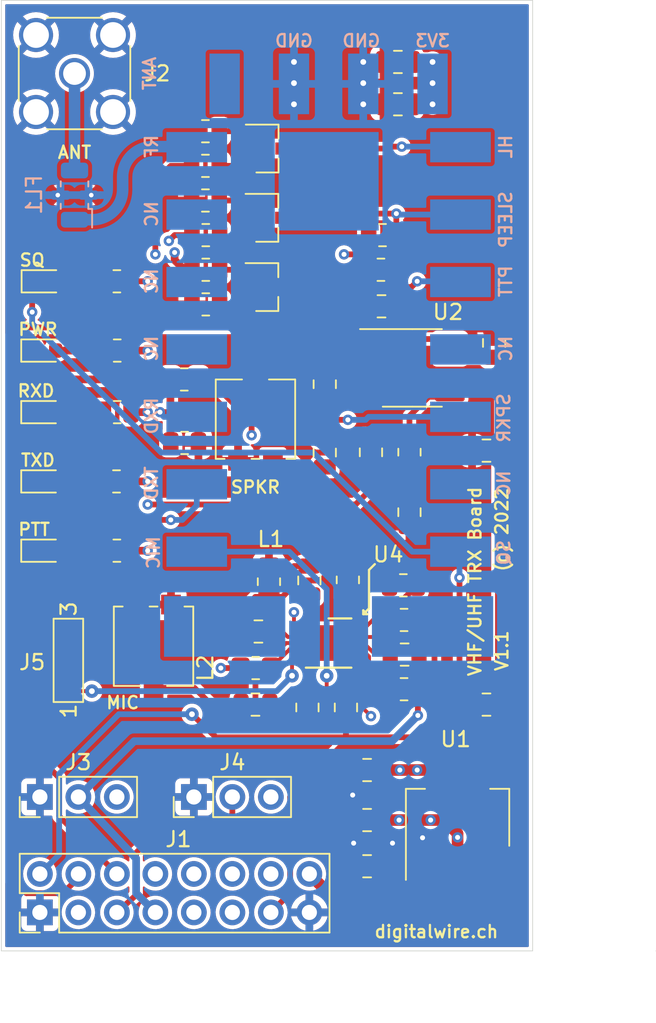
<source format=kicad_pcb>
(kicad_pcb (version 20211014) (generator pcbnew)
  (title_block (title "VHF-UHF TRX-Board") (date "2021-12-26") (rev "V 1.0a") (company "digitalwire.ch"))
  (layers (0 "F.Cu" signal "Front") (1 "In1.Cu" mixed) (2 "In2.Cu" power) (31 "B.Cu" signal "Back") (34 "B.Paste" user) (35 "F.Paste" user) (36 "B.SilkS" user "B.Silkscreen") (37 "F.SilkS" user "F.Silkscreen") (38 "B.Mask" user) (39 "F.Mask" user) (44 "Edge.Cuts" user))
  (net 0 "")
  (net 1 "/AF_TRX")
  (net 2 "Net-(C1-Pad2)")
  (net 3 "VCC")
  (net 4 "GND")
  (net 5 "Net-(C4-Pad1)")
  (net 6 "Net-(C5-Pad1)")
  (net 7 "Net-(C6-Pad1)")
  (net 8 "Net-(C6-Pad2)")
  (net 9 "+3V3")
  (net 10 "Net-(C8-Pad1)")
  (net 11 "Net-(C10-Pad1)")
  (net 12 "/SPKR")
  (net 13 "Net-(C15-Pad1)")
  (net 14 "/MIC-AMP_IN")
  (net 15 "Net-(C16-Pad2)")
  (net 16 "Net-(C17-Pad1)")
  (net 17 "Net-(C18-Pad1)")
  (net 18 "Net-(C19-Pad1)")
  (net 19 "Net-(C19-Pad2)")
  (net 20 "Net-(FL1-Pad1)")
  (net 21 "Net-(FL1-Pad3)")
  (net 22 "/MIC-DIGI_IN")
  (net 23 "/-PTT")
  (net 24 "/MIC_AR")
  (net 25 "/MIC_GAIN")
  (net 26 "/*PTT")
  (net 27 "/*TXD")
  (net 28 "/*RFPWR")
  (net 29 "/*RXD")
  (net 30 "/*SLEEP")
  (net 31 "Net-(Q1-Pad3)")
  (net 32 "Net-(Q1-Pad1)")
  (net 33 "Net-(Q2-Pad1)")
  (net 34 "/-SLEEP")
  (net 35 "Net-(Q3-Pad1)")
  (net 36 "Net-(R12-Pad1)")
  (net 37 "Net-(R13-Pad1)")
  (net 38 "Net-(R15-Pad1)")
  (net 39 "Net-(U4-Pad6)")
  (net 40 "/TRX_MIC")
  (net 41 "/SQ")
  (net 46 "Net-(D1-Pad2)")
  (net 47 "Net-(D2-Pad2)")
  (net 48 "Net-(D3-Pad2)")
  (net 49 "Net-(D4-Pad2)")
  (net 50 "Net-(D5-Pad2)")
  (net 51 "/RXD")
  (net 52 "Net-(C11-Pad2)")
  (net 53 "Net-(C11-Pad1)")
  (footprint "Capacitor_SMD:C_0805_2012Metric" (layer "F.Cu") (at 126.746 94.107 -90)
    (fp_text reference "C1" hide)
    (fp_text value "1uF")
  )
  (footprint "Capacitor_SMD:C_0805_2012Metric" (layer "F.Cu") (at 129.54 121.412 180)
    (fp_text reference "C2" hide)
    (fp_text value "10uF")
  )
  (footprint "Capacitor_SMD:C_0805_2012Metric" (layer "F.Cu") (at 137.414 110.744 180)
    (fp_text reference "C3" hide)
    (fp_text value "100nF")
  )
  (footprint "Capacitor_SMD:C_0805_2012Metric" (layer "F.Cu") (at 126.746 89.596 -90)
    (fp_text reference "C4" hide)
    (fp_text value "1nF")
  )
  (footprint "Capacitor_SMD:C_0805_2012Metric" (layer "F.Cu") (at 137.922 86.868 90)
    (fp_text reference "C5" hide)
    (fp_text value "10uF")
  )
  (footprint "Capacitor_SMD:C_0805_2012Metric" (layer "F.Cu") (at 130.49 84.455)
    (fp_text reference "C6" hide)
    (fp_text value "1uF")
  )
  (footprint "Capacitor_SMD:C_0805_2012Metric" (layer "F.Cu") (at 129.54 115.062 180)
    (fp_text reference "C7" hide)
    (fp_text value "10uF")
  )
  (footprint "Capacitor_SMD:C_0805_2012Metric" (layer "F.Cu") (at 132.334 98.044 -90)
    (fp_text reference "C8" hide)
    (fp_text value "47nF")
  )
  (footprint "Capacitor_SMD:C_0805_2012Metric" (layer "F.Cu") (at 129.54 118.364 180)
    (fp_text reference "C9" hide)
    (fp_text value "100nF")
  )
  (footprint "Capacitor_SMD:C_0805_2012Metric" (layer "F.Cu") (at 129.794 94.0918 -90)
    (fp_text reference "C10" hide)
    (fp_text value "1uF")
  )
  (footprint "Capacitor_SMD:C_0805_2012Metric" (layer "F.Cu") (at 125.603 110.932 -90)
    (fp_text reference "C11" hide)
    (fp_text value "1uF")
  )
  (footprint "Capacitor_SMD:C_0805_2012Metric" (layer "F.Cu") (at 131.572 71.12 180)
    (fp_text reference "C12" hide)
    (fp_text value "10uF")
  )
  (footprint "Capacitor_SMD:C_0805_2012Metric" (layer "F.Cu") (at 131.572 68.326 180)
    (fp_text reference "C13" hide)
    (fp_text value "100nF")
  )
  (footprint "Capacitor_SMD:C_0805_2012Metric" (layer "F.Cu") (at 137.414 93.98 180)
    (fp_text reference "C14" hide)
    (fp_text value "10uF")
  )
  (footprint "Capacitor_SMD:C_0805_2012Metric" (layer "F.Cu") (at 128.143 110.932 -90)
    (fp_text reference "C15" hide)
    (fp_text value "100nF")
  )
  (footprint "Capacitor_SMD:C_0805_2012Metric" (layer "F.Cu") (at 125.73 102.55 -90)
    (fp_text reference "C16" hide)
    (fp_text value "100nF")
  )
  (footprint "Capacitor_SMD:C_0805_2012Metric" (layer "F.Cu") (at 132.014 107.442 180)
    (fp_text reference "C17" hide)
    (fp_text value "470nF")
  )
  (footprint "Capacitor_SMD:C_0805_2012Metric" (layer "F.Cu") (at 122.367 105.918 180)
    (fp_text reference "C18" hide)
    (fp_text value "2.2uF")
  )
  (footprint "Capacitor_SMD:C_0805_2012Metric" (layer "F.Cu") (at 122.174 110.744 180)
    (fp_text reference "C19" hide)
    (fp_text value "1uF")
  )
  (footprint "Connector_Coaxial:SMA_Amphenol_132134-16_Vertical" (layer "F.Cu") (at 110.236 69.088)
    (fp_text reference "J2")
    (fp_text value "SMA")
  )
  (footprint "Connector_PinHeader_2.54mm:PinHeader_1x03_P2.54mm_Vertical" (layer "F.Cu") (at 107.95 116.84 90)
    (fp_text reference "J3")
    (fp_text value "Conn_01x03")
  )
  (footprint "Package_TO_SOT_SMD:SOT-23" (layer "F.Cu") (at 122.936 74.041)
    (fp_text reference "Q1" hide)
    (fp_text value "BSN20")
  )
  (footprint "Package_TO_SOT_SMD:SOT-23" (layer "F.Cu") (at 122.92 78.613)
    (fp_text reference "Q2" hide)
    (fp_text value "BSN20")
  )
  (footprint "Package_TO_SOT_SMD:SOT-23" (layer "F.Cu") (at 122.92 83.185)
    (fp_text reference "Q3" hide)
    (fp_text value "BSN20")
  )
  (footprint "Resistor_SMD:R_0805_2012Metric" (layer "F.Cu") (at 130.4525 82.042)
    (fp_text reference "R1" hide)
    (fp_text value "10k")
  )
  (footprint "Resistor_SMD:R_0805_2012Metric" (layer "F.Cu") (at 118.8955 82.042 180)
    (fp_text reference "R2" hide)
    (fp_text value "100R")
  )
  (footprint "Resistor_SMD:R_0805_2012Metric" (layer "F.Cu") (at 118.872 75.184 180)
    (fp_text reference "R3" hide)
    (fp_text value "100R")
  )
  (footprint "Resistor_SMD:R_0805_2012Metric" (layer "F.Cu") (at 130.556 79.756 180)
    (fp_text reference "R4" hide)
    (fp_text value "10k")
  )
  (footprint "Resistor_SMD:R_0805_2012Metric" (layer "F.Cu") (at 118.8955 79.756 180)
    (fp_text reference "R5" hide)
    (fp_text value "100R")
  )
  (footprint "Resistor_SMD:R_0805_2012Metric" (layer "F.Cu") (at 118.872 72.898 180)
    (fp_text reference "R6" hide)
    (fp_text value "4k7")
  )
  (footprint "Resistor_SMD:R_0805_2012Metric" (layer "F.Cu") (at 118.872 77.47 180)
    (fp_text reference "R7" hide)
    (fp_text value "4k7")
  )
  (footprint "Resistor_SMD:R_0805_2012Metric" (layer "F.Cu") (at 118.8955 84.328 180)
    (fp_text reference "R8" hide)
    (fp_text value "4k7")
  )
  (footprint "Resistor_SMD:R_0805_2012Metric" (layer "F.Cu") (at 117.475 89.281)
    (fp_text reference "R9" hide)
    (fp_text value "2k2")
  )
  (footprint "Resistor_SMD:R_0805_2012Metric" (layer "F.Cu") (at 132.334 94.0816 -90)
    (fp_text reference "R10" hide)
    (fp_text value "10R")
  )
  (footprint "Resistor_SMD:R_0805_2012Metric" (layer "F.Cu") (at 117.4985 93.472 180)
    (fp_text reference "R11" hide)
    (fp_text value "3k3")
  )
  (footprint "Resistor_SMD:R_0805_2012Metric" (layer "F.Cu") (at 128.27 102.5125 90)
    (fp_text reference "R12" hide)
    (fp_text value "100k")
  )
  (footprint "Resistor_SMD:R_0805_2012Metric" (layer "F.Cu") (at 131.9765 105.156)
    (fp_text reference "R14" hide)
    (fp_text value "#2.2k")
  )
  (footprint "Resistor_SMD:R_0805_2012Metric" (layer "F.Cu") (at 131.9765 109.728)
    (fp_text reference "R15" hide)
    (fp_text value "1k")
  )
  (footprint "Package_TO_SOT_SMD:SOT-223-3_TabPin2" (layer "F.Cu") (at 135.509 118.212 90)
    (fp_text reference "U1")
    (fp_text value "AP1117-33")
  )
  (footprint "Package_SO:SOIC-8_3.9x4.9mm_P1.27mm" (layer "F.Cu") (at 132.523 88.519)
    (fp_text reference "U2")
    (fp_text value "LM386")
  )
  (footprint "Package_DFN_QFN:DFN-14-1EP_3x3mm_P0.4mm_EP1.78x2.35mm" (layer "F.Cu") (at 127 106.68)
    (fp_text reference "U4")
    (fp_text value "MAX9814")
  )
  (footprint "Potentiometer_SMD:Potentiometer_Vishay_TS53YL_Vertical" (layer "F.Cu") (at 122.174 91.904 -90)
    (fp_text reference "RV1" hide)
    (fp_text value "10k")
  )
  (footprint "Potentiometer_SMD:Potentiometer_Vishay_TS53YL_Vertical" (layer "F.Cu") (at 115.45 106.89 90)
    (fp_text reference "RV2" hide)
    (fp_text value "10k")
  )
  (footprint "Resistor_SMD:R_0805_2012Metric_Pad1.20x1.40mm_HandSolder" (layer "F.Cu") (at 123.063 102.632 -90)
    (fp_text reference "L1")
    (fp_text value "Ferrit")
  )
  (footprint "Resistor_SMD:R_0805_2012Metric_Pad1.20x1.40mm_HandSolder" (layer "F.Cu") (at 122.19 108.331)
    (fp_text reference "L2")
    (fp_text value "Ferrit")
  )
  (footprint "LED_SMD:LED_0603_1608Metric" (layer "F.Cu") (at 108.204 91.44)
    (fp_text reference "D1" hide)
    (fp_text value "RED")
  )
  (footprint "LED_SMD:LED_0603_1608Metric" (layer "F.Cu") (at 108.204 100.584)
    (fp_text reference "D3" hide)
    (fp_text value "RED")
  )
  (footprint "LED_SMD:LED_0603_1608Metric" (layer "F.Cu") (at 108.2295 82.804)
    (fp_text reference "D4" hide)
    (fp_text value "YELLOW")
  )
  (footprint "LED_SMD:LED_0603_1608Metric" (layer "F.Cu") (at 108.204 87.376)
    (fp_text reference "D5" hide)
    (fp_text value "BLUE")
  )
  (footprint "Resistor_SMD:R_0805_2012Metric" (layer "F.Cu") (at 113.0535 91.44)
    (fp_text reference "R16" hide)
    (fp_text value "1k")
  )
  (footprint "Resistor_SMD:R_0805_2012Metric" (layer "F.Cu") (at 113.0065 96.012)
    (fp_text reference "R17" hide)
    (fp_text value "1k")
  )
  (footprint "Resistor_SMD:R_0805_2012Metric" (layer "F.Cu") (at 113.03 82.804)
    (fp_text reference "R19" hide)
    (fp_text value "1k")
  )
  (footprint "Resistor_SMD:R_0805_2012Metric" (layer "F.Cu") (at 113.0535 87.376)
    (fp_text reference "R20" hide)
    (fp_text value "1k")
  )
  (footprint "Connector_PinHeader_2.54mm:PinHeader_2x08_P2.54mm_Vertical" (layer "F.Cu") (at 107.95 124.46 90)
    (fp_text reference "J1")
    (fp_text value "Conn_02x08_Odd_Even")
  )
  (footprint "Connector_PinHeader_2.54mm:PinHeader_1x03_P2.54mm_Vertical" (layer "F.Cu") (at 118.11 116.84 90)
    (fp_text reference "J4")
    (fp_text value "Conn_01x03")
  )
  (footprint "LED_SMD:LED_0603_1608Metric" (layer "F.Cu") (at 108.204 96.012)
    (fp_text reference "D2" hide)
    (fp_text value "RED")
  )
  (footprint "Resistor_SMD:R_0805_2012Metric" (layer "F.Cu") (at 131.9295 102.87 180)
    (fp_text reference "R13" hide)
    (fp_text value "150k")
  )
  (footprint "Resistor_SMD:R_0805_2012Metric" (layer "F.Cu") (at 113.03 100.584)
    (fp_text reference "R18" hide)
    (fp_text value "1k")
  )
  (footprint "Jumper:SolderJumper-3_P2.0mm_Open_TrianglePad1.0x1.5mm_NumberLabels" (layer "F.Cu") (at 109.855 107.823 90)
    (fp_text reference "J5")
    (fp_text value "Conn_01x03")
  )
  (footprint "Filter:Filter_Mini-Circuits_FV1206" (layer "B.Cu") (at 110.236 77.115 90)
    (fp_text reference "FL1")
    (fp_text value "LFCN-160")
  )
  (footprint "_DW_RFModules:DRA818" (layer "B.Cu") (at 127 87.3 90)
    (fp_text reference "U3" hide)
    (fp_text value "DRA818U" hide)
  )
  (gr_line (start 129.286 104.775) (end 129.286 104.521) (layer "F.SilkS") (width 0.1524))
  (gr_line (start 129.667 101.854) (end 129.667 104.394) (layer "F.SilkS") (width 0.1524))
  (gr_line (start 129.54 104.775) (end 129.286 104.775) (layer "F.SilkS") (width 0.1524))
  (gr_line (start 130.048 101.473) (end 129.667 101.854) (layer "F.SilkS") (width 0.1524))
  (gr_line (start 129.667 104.394) (end 129.286 104.775) (layer "F.SilkS") (width 0.1524))
  (gr_line (start 129.286 104.521) (end 129.54 104.775) (layer "F.SilkS") (width 0.1524))
  (gr_line (start 105.41 127) (end 105.41 64.262) (layer "Edge.Cuts") (width 0.05))
  (gr_line (start 148.59 127) (end 148.59 127) (layer "Edge.Cuts") (width 0.05))
  (gr_line (start 105.41 64.262) (end 140.462 64.262) (layer "Edge.Cuts") (width 0.05))
  (gr_line (start 140.462 64.262) (end 140.462 127) (layer "Edge.Cuts") (width 0.05))
  (gr_line (start 140.462 127) (end 105.41 127) (layer "Edge.Cuts") (width 0.05))
  (gr_text "GND" (at 129.159 66.929) (layer "B.SilkS") (effects (font (size 0.8128 0.8128) (thickness 0.1524)) (justify mirror)))
  (gr_text "NC" (at 115.316 87.249 90) (layer "B.SilkS") (effects (font (size 0.8128 0.8128) (thickness 0.1524)) (justify mirror)))
  (gr_text "ANT" (at 115.189 69.088 90) (layer "B.SilkS") (effects (font (size 0.8128 0.8128) (thickness 0.1524)) (justify mirror)))
  (gr_text "MIC" (at 115.443 100.711 90) (layer "B.SilkS") (effects (font (size 0.8128 0.8128) (thickness 0.1524)) (justify mirror)))
  (gr_text "GND" (at 124.714 66.929) (layer "B.SilkS") (effects (font (size 0.8128 0.8128) (thickness 0.1524)) (justify mirror)))
  (gr_text "PTT" (at 138.684 82.804 90) (layer "B.SilkS") (effects (font (size 0.8128 0.8128) (thickness 0.1524)) (justify mirror)))
  (gr_text "3V3" (at 133.858 66.929) (layer "B.SilkS") (effects (font (size 0.8128 0.8128) (thickness 0.1524)) (justify mirror)))
  (gr_text "HL" (at 138.684 73.914 90) (layer "B.SilkS") (effects (font (size 0.8128 0.8128) (thickness 0.1524)) (justify mirror)))
  (gr_text "SQ" (at 138.557 100.711 90) (layer "B.SilkS") (effects (font (size 0.8128 0.8128) (thickness 0.1524)) (justify mirror)))
  (gr_text "TXD" (at 115.316 96.139 90) (layer "B.SilkS") (effects (font (size 0.8128 0.8128) (thickness 0.1524)) (justify mirror)))
  (gr_text "NC" (at 138.557 96.139 90) (layer "B.SilkS") (effects (font (size 0.8128 0.8128) (thickness 0.1524)) (justify mirror)))
  (gr_text "RXD" (at 115.316 91.694 90) (layer "B.SilkS") (effects (font (size 0.8128 0.8128) (thickness 0.1524)) (justify mirror)))
  (gr_text "SLEEP" (at 138.684 78.74 90) (layer "B.SilkS") (effects (font (size 0.8128 0.8128) (thickness 0.1524)) (justify mirror)))
  (gr_text "RF" (at 115.316 73.914 90) (layer "B.SilkS") (effects (font (size 0.8128 0.8128) (thickness 0.1524)) (justify mirror)))
  (gr_text "NC" (at 138.684 87.249 90) (layer "B.SilkS") (effects (font (size 0.8128 0.8128) (thickness 0.1524)) (justify mirror)))
  (gr_text "NC" (at 115.316 78.359 90) (layer "B.SilkS") (effects (font (size 0.8128 0.8128) (thickness 0.1524)) (justify mirror)))
  (gr_text "SPKR" (at 138.557 91.821 90) (layer "B.SilkS") (effects (font (size 0.8128 0.8128) (thickness 0.1524)) (justify mirror)))
  (gr_text "NC" (at 115.316 82.804 90) (layer "B.SilkS") (effects (font (size 0.8128 0.8128) (thickness 0.1524)) (justify mirror)))
  (gr_text "RXD" (at 107.696 90.043) (layer "F.SilkS") (effects (font (size 0.8128 0.8128) (thickness 0.1524))))
  (gr_text "digitalwire.ch" (at 134.112 125.73) (layer "F.SilkS") (effects (font (size 0.8128 0.8128) (thickness 0.1524))))
  (gr_text "VHF/UHF TRX Board" (at 136.652 102.616 90) (layer "F.SilkS") (effects (font (size 0.8128 0.8128) (thickness 0.1524))))
  (gr_text "PTT" (at 107.569 99.187) (layer "F.SilkS") (effects (font (size 0.8128 0.8128) (thickness 0.1524))))
  (gr_text "TXD" (at 107.823 94.615) (layer "F.SilkS") (effects (font (size 0.8128 0.8128) (thickness 0.1524))))
  (gr_text "SPKR" (at 122.174 96.393) (layer "F.SilkS") (effects (font (size 0.8128 0.8128) (thickness 0.1524))))
  (gr_text "MIC" (at 113.411 110.617) (layer "F.SilkS") (effects (font (size 0.8128 0.8128) (thickness 0.1524))))
  (gr_text "PWR" (at 107.823 85.979) (layer "F.SilkS") (effects (font (size 0.8128 0.8128) (thickness 0.1524))))
  (gr_text "ANT" (at 110.236 74.295) (layer "F.SilkS") (effects (font (size 0.8128 0.8128) (thickness 0.1524))))
  (gr_text "SQ" (at 107.442 81.407) (layer "F.SilkS") (effects (font (size 0.8128 0.8128) (thickness 0.1524))))
  (gr_text "V1.1\n" (at 138.43 107.188 90) (layer "F.SilkS") (effects (font (size 0.8128 0.8128) (thickness 0.1524))))
  (gr_text "(c) 2022" (at 138.43 99.187 90) (layer "F.SilkS") (effects (font (size 0.8128 0.8128) (thickness 0.1524))))
  (segment (start 126.746 92.456) (end 127.254 91.948) (width 0.381) (layer "F.Cu") (net 1))
  (segment (start 126.746 93.157) (end 126.746 92.456) (width 0.381) (layer "F.Cu") (net 1))
  (segment (start 127.254 91.948) (end 128.27 91.948) (width 0.381) (layer "F.Cu") (net 1))
  (via (at 128.27 91.948) (size 0.6858) (drill 0.3302) (layers "F.Cu" "B.Cu") (net 1))
  (segment (start 129.441 91.948) (end 129.639 91.75) (width 0.381) (layer "B.Cu") (net 1))
  (segment (start 128.27 91.948) (end 129.441 91.948) (width 0.381) (layer "B.Cu") (net 1))
  (segment (start 129.639 91.75) (end 135.7 91.75) (width 0.381) (layer "B.Cu") (net 1))
  (segment (start 125.029 95.057) (end 126.746 95.057) (width 0.381) (layer "F.Cu") (net 2))
  (segment (start 124.626 94.654) (end 125.029 95.057) (width 0.381) (layer "F.Cu") (net 2))
  (segment (start 123.324 94.654) (end 124.626 94.654) (width 0.381) (layer "F.Cu") (net 2))
  (segment (start 138.364 90.231) (end 138.364 93.98) (width 0.381) (layer "F.Cu") (net 3))
  (segment (start 138.364 118.938) (end 137.809 119.493) (width 0.762) (layer "F.Cu") (net 3))
  (segment (start 137.16 123.444) (end 130.429 123.444) (width 0.762) (layer "F.Cu") (net 3))
  (segment (start 134.998 89.154) (end 137.287 89.154) (width 0.381) (layer "F.Cu") (net 3))
  (segment (start 130.429 123.444) (end 127.254 123.444) (width 0.762) (layer "F.Cu") (net 3))
  (segment (start 137.809 119.493) (end 137.809 121.362) (width 0.762) (layer "F.Cu") (net 3))
  (segment (start 130.49 123.383) (end 130.429 123.444) (width 0.762) (layer "F.Cu") (net 3))
  (segment (start 138.364 110.744) (end 138.364 118.938) (width 0.762) (layer "F.Cu") (net 3))
  (segment (start 137.809 121.362) (end 137.809 122.795) (width 0.762) (layer "F.Cu") (net 3))
  (segment (start 137.809 122.795) (end 137.16 123.444) (width 0.762) (layer "F.Cu") (net 3))
  (segment (start 137.287 89.154) (end 138.364 90.231) (width 0.381) (layer "F.Cu") (net 3))
  (segment (start 130.49 121.412) (end 130.49 123.383) (width 0.762) (layer "F.Cu") (net 3))
  (segment (start 127.254 123.444) (end 125.73 121.92) (width 0.762) (layer "F.Cu") (net 3))
  (segment (start 138.364 110.744) (end 138.364 94.168) (width 0.762) (layer "F.Cu") (net 3))
  (segment (start 117.9595 72.898) (end 117.9595 73.6365) (width 0.381) (layer "F.Cu") (net 4))
  (segment (start 118.364 74.041) (end 120.986 74.041) (width 0.381) (layer "F.Cu") (net 4))
  (segment (start 120.986 74.041) (end 121.936 74.991) (width 0.381) (layer "F.Cu") (net 4))
  (segment (start 117.9595 73.6365) (end 118.364 74.041) (width 0.381) (layer "F.Cu") (net 4))
  (via (at 124.714 69.723) (size 0.889) (drill 0.381) (layers "F.Cu" "B.Cu") (net 4))
  (via (at 131.2164 119.888) (size 0.6858) (drill 0.3302) (layers "F.Cu" "B.Cu") (net 4))
  (via (at 124.714 68.326) (size 0.889) (drill 0.381) (layers "F.Cu" "B.Cu") (net 4))
  (via (at 128.5875 116.713) (size 0.6858) (drill 0.3302) (layers "F.Cu" "B.Cu") (net 4))
  (via (at 128.651 119.888) (size 0.6858) (drill 0.3302) (layers "F.Cu" "B.Cu") (net 4))
  (via (at 133.1976 119.5324) (size 0.6858) (drill 0.3302) (layers "F.Cu" "B.Cu") (net 4))
  (via (at 124.714 71.12) (size 0.889) (drill 0.381) (layers "F.Cu" "B.Cu") (net 4))
  (via (at 129.286 71.12) (size 0.889) (drill 0.381) (layers "F.Cu" "B.Cu") (net 4))
  (via (at 129.286 68.326) (size 0.889) (drill 0.381) (layers "F.Cu" "B.Cu") (net 4))
  (via (at 129.286 69.723) (size 0.889) (drill 0.381) (layers "F.Cu" "B.Cu") (net 4))
  (segment (start 124.587 89.154) (end 125.095 88.646) (width 0.381) (layer "F.Cu") (net 5))
  (segment (start 128.524 89.154) (end 128.016 88.646) (width 0.381) (layer "F.Cu") (net 5))
  (segment (start 122.174 89.154) (end 124.587 89.154) (width 0.381) (layer "F.Cu") (net 5))
  (segment (start 130.048 89.154) (end 128.524 89.154) (width 0.381) (layer "F.Cu") (net 5))
  (segment (start 128.016 88.646) (end 126.746 88.646) (width 0.381) (layer "F.Cu") (net 5))
  (segment (start 125.095 88.646) (end 126.746 88.646) (width 0.381) (layer "F.Cu") (net 5))
  (segment (start 134.998 87.884) (end 137.856 87.884) (width 0.381) (layer "F.Cu") (net 6))
  (segment (start 137.856 87.884) (end 137.922 87.818) (width 0.381) (layer "F.Cu") (net 6))
  (segment (start 130.048 86.106) (end 129.54 85.598) (width 0.381) (layer "F.Cu") (net 7))
  (segment (start 129.54 85.598) (end 129.54 84.455) (width 0.381) (layer "F.Cu") (net 7))
  (segment (start 130.048 86.614) (end 130.048 86.106) (width 0.381) (layer "F.Cu") (net 7))
  (segment (start 131.44 85.466) (end 131.44 84.455) (width 0.381) (layer "F.Cu") (net 8))
  (segment (start 134.998 86.614) (end 132.588 86.614) (width 0.381) (layer "F.Cu") (net 8))
  (segment (start 132.588 86.614) (end 131.44 85.466) (width 0.381) (layer "F.Cu") (net 8))
  (segment (start 132.842 115.062) (end 135.509 115.062) (width 0.762) (layer "F.Cu") (net 9))
  (segment (start 131.826 115.062) (end 132.842 115.062) (width 0.762) (layer "F.Cu") (net 9))
  (segment (start 131.826 118.364) (end 132.842 118.364) (width 0.762) (layer "F.Cu") (net 9))
  (segment (start 132.842 118.364) (end 134.62 118.364) (width 0.762) (layer "F.Cu") (net 9))
  (segment (start 135.509 119.761) (end 135.509 121.362) (width 0.762) (layer "F.Cu") (net 9))
  (segment (start 129.54 82.042) (end 129.54 81.026) (width 0.381) (layer "F.Cu") (net 9))
  (segment (start 113.9425 100.584) (end 115.062 100.584) (width 0.508) (layer "F.Cu") (net 9))
  (segment (start 113.966 91.44) (end 115.062 91.44) (width 0.508) (layer "F.Cu") (net 9))
  (segment (start 121.19 108.331) (end 119.888 108.331) (width 0.381) (layer "F.Cu") (net 9))
  (segment (start 113.919 96.012) (end 115.062 96.012) (width 0.508) (layer "F.Cu") (net 9))
  (segment (start 130.49 118.364) (end 130.49 115.062) (width 0.762) (layer "F.Cu") (net 9))
  (segment (start 133.858 68.326) (end 133.858 69.723) (width 0.762) (layer "F.Cu") (net 9))
  (segment (start 113.9425 82.804) (end 115.1655 82.804) (width 0.381) (layer "F.Cu") (net 9))
  (segment (start 132.522 68.326) (end 133.858 68.326) (width 0.762) (layer "F.Cu") (net 9))
  (segment (start 133.858 69.723) (end 133.858 71.12) (width 0.762) (layer "F.Cu") (net 9))
  (segment (start 132.522 71.12) (end 133.858 71.12) (width 0.762) (layer "F.Cu") (net 9))
  (segment (start 134.62 118.364) (end 135.509 119.253) (width 0.762) (layer "F.Cu") (net 9))
  (segment (start 113.966 87.376) (end 115.062 87.376) (width 0.508) (layer "F.Cu") (net 9))
  (segment (start 129.54 81.026) (end 129.54 79.8595) (width 0.381) (layer "F.Cu") (net 9))
  (segment (start 128.016 81.026) (end 129.54 81.026) (width 0.381) (layer "F.Cu") (net 9))
  (segment (start 129.54 79.8595) (end 129.6435 79.756) (width 0.381) (layer "F.Cu") (net 9))
  (segment (start 130.49 118.364) (end 131.826 118.364) (width 0.762) (layer "F.Cu") (net 9))
  (segment (start 129.54 82.169) (end 129.54 81.026) (width 0.381) (layer "F.Cu") (net 9))
  (segment (start 130.49 115.062) (end 131.826 115.062) (width 0.762) (layer "F.Cu") (net 9))
  (segment (start 135.509 119.253) (end 135.509 119.761) (width 0.762) (layer "F.Cu") (net 9))
  (via (at 115.062 91.44) (size 0.6858) (drill 0.3302) (layers "F.Cu" "B.Cu") (net 9))
  (via (at 132.842 115.062) (size 0.6858) (drill 0.3302) (layers "F.Cu" "B.Cu") (net 9))
  (via (at 133.858 69.723) (size 0.889) (drill 0.381) (layers "F.Cu" "B.Cu") (net 9))
  (via (at 133.858 68.326) (size 0.889) (drill 0.381) (layers "F.Cu" "B.Cu") (net 9))
  (via (at 135.509 119.507) (size 0.6858) (drill 0.3302) (layers "F.Cu" "B.Cu") (net 9))
  (via (at 115.062 82.804) (size 0.6858) (drill 0.3302) (layers "F.Cu" "B.Cu") (net 9))
  (via (at 115.062 100.584) (size 0.6858) (drill 0.3302) (layers "F.Cu" "B.Cu") (net 9))
  (via (at 115.062 96.012) (size 0.6858) (drill 0.3302) (layers "F.Cu" "B.Cu") (net 9))
  (via (at 115.062 87.376) (size 0.6858) (drill 0.3302) (layers "F.Cu" "B.Cu") (net 9))
  (via (at 131.699 115.062) (size 0.6858) (drill 0.3302) (layers "F.Cu" "B.Cu") (net 9))
  (via (at 133.858 71.12) (size 0.889) (drill 0.381) (layers "F.Cu" "B.Cu") (net 9))
  (via (at 133.731 118.364) (size 0.6858) (drill 0.3302) (layers "F.Cu" "B.Cu") (net 9))
  (via (at 119.888 108.331) (size 0.6858) (drill 0.3302) (layers "F.Cu" "B.Cu") (net 9))
  (via (at 128.016 81.026) (size 0.6858) (drill 0.3302) (layers "F.Cu" "B.Cu") (net 9))
  (via (at 131.6482 118.364) (size 0.6858) (drill 0.3302) (layers "F.Cu" "B.Cu") (net 9))
  (segment (start 132.334 97.094) (end 132.334 94.9941) (width 0.381) (layer "F.Cu") (net 10))
  (segment (start 132.334 91.694) (end 132.334 93.1691) (width 0.381) (layer "F.Cu") (net 11))
  (segment (start 129.794 93.1418) (end 132.3067 93.1418) (width 0.381) (layer "F.Cu") (net 11))
  (segment (start 134.998 90.424) (end 133.604 90.424) (width 0.381) (layer "F.Cu") (net 11))
  (segment (start 133.604 90.424) (end 132.334 91.694) (width 0.381) (layer "F.Cu") (net 11))
  (segment (start 132.3067 93.1418) (end 132.334 93.1691) (width 0.381) (layer "F.Cu") (net 11))
  (segment (start 129.794 95.0418) (end 129.794 96.52) (width 0.381) (layer "F.Cu") (net 12))
  (segment (start 129.794 96.52) (end 128.778 97.536) (width 0.381) (layer "F.Cu") (net 12))
  (segment (start 128.778 97.536) (end 115.062 97.536) (width 0.381) (layer "F.Cu") (net 12))
  (via (at 115.062 97.536) (size 0.6858) (drill 0.3302) (layers "F.Cu" "B.Cu") (net 12))
  (segment (start 128.143 109.093) (end 128.475 108.761) (width 0.254) (layer "F.Cu") (net 13))
  (segment (start 128.143 109.982) (end 128.143 109.093) (width 0.254) (layer "F.Cu") (net 13))
  (segment (start 128.475 108.761) (end 128.475 107.88) (width 0.254) (layer "F.Cu") (net 13))
  (segment (start 119.571 112.903) (end 128.143 112.903) (width 0.381) (layer "F.Cu") (net 14))
  (segment (start 132.969 112.903) (end 128.143 112.903) (width 0.381) (layer "F.Cu") (net 14))
  (segment (start 133.985 111.887) (end 132.969 112.903) (width 0.381) (layer "F.Cu") (net 14))
  (segment (start 133.985 105.41) (end 133.985 111.887) (width 0.381) (layer "F.Cu") (net 14))
  (segment (start 133.731 105.156) (end 133.985 105.41) (width 0.381) (layer "F.Cu") (net 14))
  (segment (start 132.889 105.156) (end 133.731 105.156) (width 0.381) (layer "F.Cu") (net 14))
  (segment (start 128.143 111.882) (end 128.143 112.903) (width 0.381) (layer "F.Cu") (net 14))
  (segment (start 117.983 111.379) (end 119.571 112.903) (width 0.381) (layer "F.Cu") (net 14))
  (via (at 117.983 111.379) (size 0.889) (drill 0.381) (layers "F.Cu" "B.Cu") (net 14))
  (segment (start 109.22 120.65) (end 107.95 121.92) (width 0.381) (layer "B.Cu") (net 14))
  (segment (start 109.22 115.316) (end 109.22 120.65) (width 0.381) (layer "B.Cu") (net 14))
  (segment (start 113.157 111.379) (end 109.22 115.316) (width 0.381) (layer "B.Cu") (net 14))
  (segment (start 117.983 111.379) (end 113.157 111.379) (width 0.381) (layer "B.Cu") (net 14))
  (segment (start 125.73 104.648) (end 125.73 103.5) (width 0.254) (layer "F.Cu") (net 15))
  (segment (start 125.525 105.48) (end 125.525 104.853) (width 0.254) (layer "F.Cu") (net 15))
  (segment (start 125.525 104.853) (end 125.73 104.648) (width 0.254) (layer "F.Cu") (net 15))
  (segment (start 132.964 107.442) (end 132.964 106.675) (width 0.254) (layer "F.Cu") (net 16))
  (segment (start 132.571009 106.282009) (end 128.475 106.282009) (width 0.254) (layer "F.Cu") (net 16))
  (segment (start 132.964 106.675) (end 132.571009 106.282009) (width 0.254) (layer "F.Cu") (net 16))
  (segment (start 123.317 105.918) (end 123.952 105.918) (width 0.381) (layer "F.Cu") (net 17))
  (segment (start 123.952 105.918) (end 124.314 106.28) (width 0.254) (layer "F.Cu") (net 17))
  (segment (start 124.314 106.28) (end 125.525 106.28) (width 0.254) (layer "F.Cu") (net 17))
  (segment (start 126.873 110.617) (end 126.492 110.998) (width 0.254) (layer "F.Cu") (net 18))
  (segment (start 126.873 108.839) (end 126.873 110.617) (width 0.254) (layer "F.Cu") (net 18))
  (segment (start 124.079 110.744) (end 123.124 110.744) (width 0.254) (layer "F.Cu") (net 18))
  (segment (start 124.333 110.998) (end 124.079 110.744) (width 0.254) (layer "F.Cu") (net 18))
  (segment (start 126.492 110.998) (end 124.333 110.998) (width 0.254) (layer "F.Cu") (net 18))
  (via (at 126.873 108.839) (size 0.889) (drill 0.381) (layers "F.Cu" "B.Cu") (net 18))
  (segment (start 126.873 108.839) (end 126.873 103.124) (width 0.381) (layer "B.Cu") (net 18))
  (segment (start 126.873 103.124) (end 124.399 100.65) (width 0.381) (layer "B.Cu") (net 18))
  (segment (start 124.399 100.65) (end 118.3 100.65) (width 0.381) (layer "B.Cu") (net 18))
  (segment (start 119.253 110.744) (end 118.149 109.64) (width 0.381) (layer "F.Cu") (net 19))
  (segment (start 118.149 109.64) (end 115.45 109.64) (width 0.381) (layer "F.Cu") (net 19))
  (segment (start 121.224 110.744) (end 119.253 110.744) (width 0.381) (layer "F.Cu") (net 19))
  (segment (start 113.411 76.74) (end 113.411 75.914) (width 0.762) (layer "B.Cu") (net 20))
  (segment (start 118.264 73.914) (end 118.3 73.95) (width 0.508) (layer "B.Cu") (net 20))
  (segment (start 115.410996 73.914) (end 118.264 73.914) (width 0.762) (layer "B.Cu") (net 20))
  (segment (start 110.236 78.74) (end 111.411004 78.74) (width 0.762) (layer "B.Cu") (net 20))
  (arc (start 115.410996 73.914) (mid 113.996786 74.499786) (end 113.411 75.913996) (width 0.762) (layer "B.Cu") (net 20))
  (arc (start 113.411 76.74) (mid 112.825214 78.154214) (end 111.411 78.74) (width 0.762) (layer "B.Cu") (net 20))
  (segment (start 110.236 75.49) (end 110.236 69.088) (width 0.762) (layer "B.Cu") (net 21))
  (segment (start 109.22 118.11) (end 109.22 115.57) (width 0.381) (layer "F.Cu") (net 22))
  (segment (start 108.077 114.427) (end 108.077 106.426) (width 0.381) (layer "F.Cu") (net 22))
  (segment (start 108.077 106.426) (end 108.68 105.823) (width 0.381) (layer "F.Cu") (net 22))
  (segment (start 108.68 105.823) (end 109.855 105.823) (width 0.381) (layer "F.Cu") (net 22))
  (segment (start 113.03 121.92) (end 109.22 118.11) (width 0.381) (layer "F.Cu") (net 22))
  (segment (start 109.22 115.57) (end 108.077 114.427) (width 0.381) (layer "F.Cu") (net 22))
  (segment (start 107.061 123.19) (end 106.172 122.301) (width 0.381) (layer "F.Cu") (net 23))
  (segment (start 109.474 123.19) (end 107.061 123.19) (width 0.381) (layer "F.Cu") (net 23))
  (segment (start 122.809 85.852) (end 106.807 85.852) (width 0.381) (layer "F.Cu") (net 23))
  (segment (start 132.842 82.804) (end 132.461 83.185) (width 0.381) (layer "F.Cu") (net 23))
  (segment (start 106.299 100.584) (end 106.172 100.457) (width 0.381) (layer "F.Cu") (net 23))
  (segment (start 123.92 83.185) (end 123.92 84.709) (width 0.381) (layer "F.Cu") (net 23))
  (segment (start 106.807 85.852) (end 106.172 86.487) (width 0.381) (layer "F.Cu") (net 23))
  (segment (start 110.49 122.174) (end 109.474 123.19) (width 0.381) (layer "F.Cu") (net 23))
  (segment (start 131.365 82.042) (end 131.365 83.105) (width 0.381) (layer "F.Cu") (net 23))
  (segment (start 131.365 83.105) (end 131.445 83.185) (width 0.381) (layer "F.Cu") (net 23))
  (segment (start 123.92 84.709) (end 122.809 85.852) (width 0.381) (layer "F.Cu") (net 23))
  (segment (start 106.172 122.301) (end 106.172 100.457) (width 0.381) (layer "F.Cu") (net 23))
  (segment (start 107.4165 100.584) (end 106.299 100.584) (width 0.381) (layer "F.Cu") (net 23))
  (segment (start 131.445 83.185) (end 130.937 83.185) (width 0.381) (layer "F.Cu") (net 23))
  (segment (start 132.461 83.185) (end 131.445 83.185) (width 0.381) (layer "F.Cu") (net 23))
  (segment (start 123.92 83.185) (end 130.937 83.185) (width 0.381) (layer "F.Cu") (net 23))
  (segment (start 106.172 86.487) (end 106.172 100.457) (width 0.381) (layer "F.Cu") (net 23))
  (via (at 132.842 82.804) (size 0.6858) (drill 0.3302) (layers "F.Cu" "B.Cu") (net 23))
  (segment (start 135.654 82.804) (end 135.7 82.85) (width 0.381) (layer "B.Cu") (net 23))
  (segment (start 132.842 82.804) (end 135.654 82.804) (width 0.381) (layer "B.Cu") (net 23))
  (segment (start 119.253 119.38) (end 120.65 117.983) (width 0.381) (layer "F.Cu") (net 24))
  (segment (start 114.3 120.523) (end 115.443 119.38) (width 0.381) (layer "F.Cu") (net 24))
  (segment (start 129.286 107.823) (end 129.286 110.998) (width 0.254) (layer "F.Cu") (net 24))
  (segment (start 129.286 110.998) (end 129.794 111.506) (width 0.254) (layer "F.Cu") (net 24))
  (segment (start 114.3 123.317) (end 114.3 120.523) (width 0.381) (layer "F.Cu") (net 24))
  (segment (start 113.03 124.46) (end 114.3 123.317) (width 0.381) (layer "F.Cu") (net 24))
  (segment (start 115.443 119.38) (end 119.253 119.38) (width 0.381) (layer "F.Cu") (net 24))
  (segment (start 129.032 107.569) (end 129.286 107.823) (width 0.254) (layer "F.Cu") (net 24))
  (segment (start 128.943 107.48) (end 129.032 107.569) (width 0.254) (layer "F.Cu") (net 24))
  (segment (start 120.65 117.983) (end 120.65 116.84) (width 0.381) (layer "F.Cu") (net 24))
  (segment (start 128.475 107.48) (end 128.943 107.48) (width 0.254) (layer "F.Cu") (net 24))
  (via (at 129.794 111.506) (size 0.6858) (drill 0.3302) (layers "F.Cu" "B.Cu") (net 24))
  (segment (start 132.889 109.728) (end 132.889 111.459) (width 0.381) (layer "F.Cu") (net 25))
  (via (at 132.889 111.459) (size 0.6858) (drill 0.3302) (layers "F.Cu" "B.Cu") (net 25))
  (segment (start 131.191 113.157) (end 114.173 113.157) (width 0.508) (layer "B.Cu") (net 25))
  (segment (start 132.889 111.459) (end 131.191 113.157) (width 0.508) (layer "B.Cu") (net 25))
  (segment (start 114.3 123.19) (end 115.57 124.46) (width 0.508) (layer "B.Cu") (net 25))
  (segment (start 114.173 113.157) (end 110.49 116.84) (width 0.508) (layer "B.Cu") (net 25))
  (segment (start 114.3 120.904) (end 114.3 123.19) (width 0.508) (layer "B.Cu") (net 25))
  (segment (start 110.49 116.84) (end 114.3 120.904) (width 0.508) (layer "B.Cu") (net 25))
  (segment (start 116.84 81.407) (end 116.84 80.899) (width 0.508) (layer "F.Cu") (net 26))
  (segment (start 117.983 82.042) (end 117.475 82.042) (width 0.508) (layer "F.Cu") (net 26))
  (segment (start 117.475 82.042) (end 116.84 81.407) (width 0.508) (layer "F.Cu") (net 26))
  (via (at 116.84 80.899) (size 0.6858) (drill 0.3302) (layers "F.Cu" "B.Cu") (net 26))
  (segment (start 109.9565 98.552) (end 116.586 98.552) (width 0.381) (layer "F.Cu") (net 27))
  (segment (start 107.4165 96.012) (end 109.9565 98.552) (width 0.381) (layer "F.Cu") (net 27))
  (via (at 116.586 98.552) (size 0.6858) (drill 0.3302) (layers "F.Cu" "B.Cu") (net 27))
  (segment (start 117.348 98.552) (end 116.586 98.552) (width 0.381) (layer "B.Cu") (net 27))
  (segment (start 118.3 96.2) (end 118.3 97.6) (width 0.381) (layer "B.Cu") (net 27))
  (segment (start 118.3 97.6) (end 117.348 98.552) (width 0.381) (layer "B.Cu") (net 27))
  (segment (start 115.57 81.026) (end 115.57 76.2) (width 0.381) (layer "F.Cu") (net 28))
  (segment (start 116.586 75.184) (end 117.9595 75.184) (width 0.381) (layer "F.Cu") (net 28))
  (segment (start 115.57 76.2) (end 116.586 75.184) (width 0.381) (layer "F.Cu") (net 28))
  (via (at 115.57 81.026) (size 0.6858) (drill 0.3302) (layers "F.Cu" "B.Cu") (net 28))
  (segment (start 119.126 89.281) (end 121.92 92.075) (width 0.381) (layer "F.Cu") (net 29))
  (segment (start 121.92 92.075) (end 121.92 92.964) (width 0.381) (layer "F.Cu") (net 29))
  (segment (start 118.3875 89.281) (end 119.126 89.281) (width 0.381) (layer "F.Cu") (net 29))
  (via (at 121.92 92.964) (size 0.6858) (drill 0.3302) (layers "F.Cu" "B.Cu") (net 29))
  (segment (start 116.84 79.756) (end 116.459 80.137) (width 0.381) (layer "F.Cu") (net 30))
  (segment (start 117.983 79.756) (end 116.84 79.756) (width 0.381) (layer "F.Cu") (net 30))
  (via (at 116.459 80.137) (size 0.6858) (drill 0.3302) (layers "F.Cu" "B.Cu") (net 30))
  (segment (start 123.936 74.041) (end 131.064 74.041) (width 0.381) (layer "F.Cu") (net 31))
  (segment (start 131.064 74.041) (end 131.191 73.914) (width 0.381) (layer "F.Cu") (net 31))
  (segment (start 131.191 73.914) (end 131.826 73.914) (width 0.381) (layer "F.Cu") (net 31))
  (via (at 131.826 73.914) (size 0.6858) (drill 0.3302) (layers "F.Cu" "B.Cu") (net 31))
  (segment (start 135.664 73.914) (end 135.7 73.95) (width 0.381) (layer "B.Cu") (net 31))
  (segment (start 131.826 73.914) (end 135.664 73.914) (width 0.381) (layer "B.Cu") (net 31))
  (segment (start 119.7845 72.898) (end 120.65 72.898) (width 0.381) (layer "F.Cu") (net 32))
  (segment (start 122.682 75.946) (end 122.936 75.692) (width 0.381) (layer "F.Cu") (net 32))
  (segment (start 122.936 75.692) (end 122.936 74.091) (width 0.381) (layer "F.Cu") (net 32))
  (segment (start 120.843 73.091) (end 121.936 73.091) (width 0.381) (layer "F.Cu") (net 32))
  (segment (start 121.412 75.946) (end 122.682 75.946) (width 0.381) (layer "F.Cu") (net 32))
  (segment (start 122.936 74.091) (end 121.936 73.091) (width 0.381) (layer "F.Cu") (net 32))
  (segment (start 120.65 72.898) (end 120.843 73.091) (width 0.381) (layer "F.Cu") (net 32))
  (segment (start 119.7845 75.184) (end 120.65 75.184) (width 0.381) (layer "F.Cu") (net 32))
  (segment (start 120.65 75.184) (end 121.412 75.946) (width 0.381) (layer "F.Cu") (net 32))
  (segment (start 119.7845 77.47) (end 119.7845 79.7325) (width 0.381) (layer "F.Cu") (net 33))
  (segment (start 120.843 77.663) (end 121.92 77.663) (width 0.381) (layer "F.Cu") (net 33))
  (segment (start 119.7845 77.47) (end 120.65 77.47) (width 0.381) (layer "F.Cu") (net 33))
  (segment (start 119.7845 79.7325) (end 119.808 79.756) (width 0.381) (layer "F.Cu") (net 33))
  (segment (start 120.65 77.47) (end 120.843 77.663) (width 0.381) (layer "F.Cu") (net 33))
  (segment (start 124.714 105.601202) (end 124.714 104.648) (width 0.254) (layer "F.Cu") (net 34))
  (segment (start 123.92 78.613) (end 127.381 78.613) (width 0.381) (layer "F.Cu") (net 34))
  (segment (start 127.6585 78.3355) (end 131.4685 78.3355) (width 0.381) (layer "F.Cu") (net 34))
  (segment (start 124.992798 105.88) (end 124.714 105.601202) (width 0.254) (layer "F.Cu") (net 34))
  (segment (start 125.525 105.88) (end 124.992798 105.88) (width 0.254) (layer "F.Cu") (net 34))
  (segment (start 127.381 78.613) (end 127.6585 78.3355) (width 0.381) (layer "F.Cu") (net 34))
  (segment (start 131.4685 79.756) (end 131.4685 78.3355) (width 0.381) (layer "F.Cu") (net 34))
  (via (at 131.4685 78.3355) (size 0.6858) (drill 0.3302) (layers "F.Cu" "B.Cu") (net 34))
  (via (at 124.714 104.648) (size 0.6858) (drill 0.3302) (layers "F.Cu" "B.Cu") (net 34))
  (segment (start 131.533 78.4) (end 131.4685 78.3355) (width 0.381) (layer "B.Cu") (net 34))
  (segment (start 135.7 78.4) (end 131.533 78.4) (width 0.381) (layer "B.Cu") (net 34))
  (segment (start 120.843 82.235) (end 121.92 82.235) (width 0.381) (layer "F.Cu") (net 35))
  (segment (start 119.808 82.042) (end 120.65 82.042) (width 0.381) (layer "F.Cu") (net 35))
  (segment (start 120.65 82.042) (end 120.843 82.235) (width 0.381) (layer "F.Cu") (net 35))
  (segment (start 119.808 84.328) (end 119.808 82.042) (width 0.381) (layer "F.Cu") (net 35))
  (segment (start 128.27 104.648) (end 128.27 103.425) (width 0.254) (layer "F.Cu") (net 36))
  (segment (start 129.366 103.425) (end 129.921 102.87) (width 0.381) (layer "F.Cu") (net 36))
  (segment (start 128.475 105.48) (end 128.475 104.853) (width 0.254) (layer "F.Cu") (net 36))
  (segment (start 128.27 103.425) (end 129.366 103.425) (width 0.381) (layer "F.Cu") (net 36))
  (segment (start 129.921 102.87) (end 131.017 102.87) (width 0.381) (layer "F.Cu") (net 36))
  (segment (start 128.475 104.853) (end 128.27 104.648) (width 0.254) (layer "F.Cu") (net 36))
  (segment (start 128.486 105.88) (end 128.506999 105.900999) (width 0.254) (layer "F.Cu") (net 37))
  (segment (start 131.064 105.156) (end 131.953 104.267) (width 0.381) (layer "F.Cu") (net 37))
  (segment (start 131.953 103.759) (end 132.842 102.87) (width 0.381) (layer "F.Cu") (net 37))
  (segment (start 128.475 105.88) (end 128.486 105.88) (width 0.254) (layer "F.Cu") (net 37))
  (segment (start 131.953 104.267) (end 131.953 103.759) (width 0.381) (layer "F.Cu") (net 37))
  (segment (start 129.921 105.156) (end 131.064 105.156) (width 0.254) (layer "F.Cu") (net 37))
  (segment (start 128.506999 105.900999) (end 129.176001 105.900999) (width 0.254) (layer "F.Cu") (net 37))
  (segment (start 129.176001 105.900999) (end 129.921 105.156) (width 0.254) (layer "F.Cu") (net 37))
  (segment (start 129.667 109.347) (end 130.048 109.728) (width 0.254) (layer "F.Cu") (net 38))
  (segment (start 128.475 107.08) (end 129.178 107.08) (width 0.254) (layer "F.Cu") (net 38))
  (segment (start 129.667 107.569) (end 129.667 109.347) (width 0.254) (layer "F.Cu") (net 38))
  (segment (start 130.048 109.728) (end 131.064 109.728) (width 0.254) (layer "F.Cu") (net 38))
  (segment (start 129.178 107.08) (end 129.667 107.569) (width 0.254) (layer "F.Cu") (net 38))
  (segment (start 124.587 107.835978) (end 124.587 108.839) (width 0.254) (layer "F.Cu") (net 39))
  (segment (start 111.379 109.855) (end 109.887 109.855) (width 0.254) (layer "F.Cu") (net 39))
  (segment (start 109.887 109.855) (end 109.855 109.823) (width 0.254) (layer "F.Cu") (net 39))
  (segment (start 124.942978 107.48) (end 124.587 107.835978) (width 0.254) (layer "F.Cu") (net 39))
  (segment (start 125.525 107.48) (end 124.942978 107.48) (width 0.254) (layer "F.Cu") (net 39))
  (via (at 111.379 109.855) (size 0.889) (drill 0.381) (layers "F.Cu" "B.Cu") (net 39))
  (via (at 124.587 108.839) (size 0.889) (drill 0.381) (layers "F.Cu" "B.Cu") (net 39))
  (segment (start 123.571 109.855) (end 111.379 109.855) (width 0.381) (layer "B.Cu") (net 39))
  (segment (start 124.587 108.839) (end 123.571 109.855) (width 0.381) (layer "B.Cu") (net 39))
  (segment (start 111.633 107.823) (end 114.3 105.156) (width 0.381) (layer "F.Cu") (net 40))
  (segment (start 109.855 107.823) (end 111.633 107.823) (width 0.381) (layer "F.Cu") (net 40))
  (segment (start 114.3 105.156) (end 114.3 104.14) (width 0.381) (layer "F.Cu") (net 40))
  (segment (start 124.46 123.19) (end 124.46 116.84) (width 0.381) (layer "F.Cu") (net 41))
  (segment (start 135.255 109.982) (end 135.636 109.601) (width 0.381) (layer "F.Cu") (net 41))
  (segment (start 123.19 124.46) (end 124.46 123.19) (width 0.381) (layer "F.Cu") (net 41))
  (segment (start 133.261784 113.538) (end 135.255 111.544784) (width 0.381) (layer "F.Cu") (net 41))
  (segment (start 107.442 82.804) (end 107.442 84.836) (width 0.381) (layer "F.Cu") (net 41))
  (segment (start 127.762 113.538) (end 133.261784 113.538) (width 0.381) (layer "F.Cu") (net 41))
  (segment (start 124.46 116.84) (end 127.762 113.538) (width 0.381) (layer "F.Cu") (net 41))
  (segment (start 135.255 111.544784) (end 135.255 109.982) (width 0.381) (layer "F.Cu") (net 41))
  (segment (start 135.636 109.601) (end 135.636 102.362) (width 0.381) (layer "F.Cu") (net 41))
  (via (at 107.442 84.836) (size 0.6858) (drill 0.3302) (layers "F.Cu" "B.Cu") (net 41))
  (via (at 135.636 102.362) (size 0.6858) (drill 0.3302) (layers "F.Cu" "B.Cu") (net 41))
  (segment (start 115.951 94.107) (end 107.442 85.598) (width 0.381) (layer "B.Cu") (net 41))
  (segment (start 132.527 100.65) (end 125.984 94.107) (width 0.381) (layer "B.Cu") (net 41))
  (segment (start 135.636 100.714) (end 135.7 100.65) (width 0.381) (layer "B.Cu") (net 41))
  (segment (start 107.442 85.598) (end 107.442 84.836) (width 0.381) (layer "B.Cu") (net 41))
  (segment (start 135.7 100.65) (end 132.527 100.65) (width 0.381) (layer "B.Cu") (net 41))
  (segment (start 135.636 102.362) (end 135.636 100.714) (width 0.381) (layer "B.Cu") (net 41))
  (segment (start 125.984 94.107) (end 115.951 94.107) (width 0.381) (layer "B.Cu") (net 41))
  (segment (start 108.9915 91.44) (end 112.141 91.44) (width 0.508) (layer "F.Cu") (net 46))
  (segment (start 108.9915 96.012) (end 112.094 96.012) (width 0.508) (layer "F.Cu") (net 47))
  (segment (start 108.9915 100.584) (end 112.1175 100.584) (width 0.508) (layer "F.Cu") (net 48))
  (segment (start 109.017 82.804) (end 112.1175 82.804) (width 0.381) (layer "F.Cu") (net 49))
  (segment (start 108.9915 87.376) (end 112.141 87.376) (width 0.508) (layer "F.Cu") (net 50))
  (segment (start 116.5625 93.4485) (end 116.586 93.472) (width 0.508) (layer "F.Cu") (net 51))
  (segment (start 116.5625 91.4635) (end 116.5625 93.4485) (width 0.508) (layer "F.Cu") (net 51))
  (segment (start 115.874303 91.44) (end 116.539 91.44) (width 0.381) (layer "F.Cu") (net 51))
  (segment (start 116.539 91.44) (end 116.5625 91.4635) (width 0.381) (layer "F.Cu") (net 51))
  (segment (start 108.839 89.281) (end 116.5625 89.281) (width 0.508) (layer "F.Cu") (net 51))
  (segment (start 107.4165 90.7035) (end 108.839 89.281) (width 0.508) (layer "F.Cu") (net 51))
  (segment (start 107.4165 91.44) (end 107.4165 90.7035) (width 0.508) (layer "F.Cu") (net 51))
  (segment (start 116.5625 89.281) (end 116.5625 91.4635) (width 0.508) (layer "F.Cu") (net 51))
  (via (at 115.874303 91.44) (size 0.6858) (drill 0.3302) (layers "F.Cu" "B.Cu") (net 51))
  (segment (start 115.874303 91.490303) (end 115.874303 91.44) (width 0.381) (layer "B.Cu") (net 51))
  (segment (start 116.134 91.75) (end 115.874303 91.490303) (width 0.381) (layer "B.Cu") (net 51))
  (segment (start 118.3 91.75) (end 116.134 91.75) (width 0.381) (layer "B.Cu") (net 51))
  (segment (start 122.174 111.506) (end 122.55 111.882) (width 0.381) (layer "F.Cu") (net 52))
  (segment (start 122.174 108.458) (end 122.174 111.506) (width 0.381) (layer "F.Cu") (net 52))
  (segment (start 124.441 107.08) (end 125.525 107.08) (width 0.254) (layer "F.Cu") (net 52))
  (segment (start 122.55 111.882) (end 125.603 111.882) (width 0.381) (layer "F.Cu") (net 52))
  (segment (start 123.19 108.331) (end 124.441 107.08) (width 0.254) (layer "F.Cu") (net 52))
  (segment (start 122.301 108.331) (end 122.174 108.458) (width 0.381) (layer "F.Cu") (net 52))
  (segment (start 123.19 108.331) (end 122.301 108.331) (width 0.381) (layer "F.Cu") (net 52))
  (segment (start 124.46 101.854) (end 124.714 101.6) (width 0.381) (layer "F.Cu") (net 53))
  (segment (start 121.417 105.918) (end 121.417 104.389) (width 0.381) (layer "F.Cu") (net 53))
  (segment (start 125.73 101.6) (end 128.27 101.6) (width 0.381) (layer "F.Cu") (net 53))
  (segment (start 124.46 103.124) (end 124.46 101.854) (width 0.381) (layer "F.Cu") (net 53))
  (segment (start 124.206 106.68) (end 123.698 107.188) (width 0.254) (layer "F.Cu") (net 53))
  (segment (start 126.129 107.88) (end 127 107.009) (width 0.254) (layer "F.Cu") (net 53))
  (segment (start 127 107.009) (end 127 106.68) (width 0.381) (layer "F.Cu") (net 53))
  (segment (start 124.714 101.6) (end 125.73 101.6) (width 0.381) (layer "F.Cu") (net 53))
  (segment (start 125.603 109.982) (end 125.603 108.458) (width 0.254) (layer "F.Cu") (net 53))
  (segment (start 123.063 103.632) (end 123.952 103.632) (width 0.381) (layer "F.Cu") (net 53))
  (segment (start 125.525 106.68) (end 127 106.68) (width 0.254) (layer "F.Cu") (net 53))
  (segment (start 121.417 106.939) (end 121.417 105.918) (width 0.254) (layer "F.Cu") (net 53))
  (segment (start 125.525 107.88) (end 126.129 107.88) (width 0.254) (layer "F.Cu") (net 53))
  (segment (start 128.475 106.68) (end 129.316828 106.68) (width 0.254) (layer "F.Cu") (net 53))
  (segment (start 125.525 108.38) (end 125.525 107.88) (width 0.254) (layer "F.Cu") (net 53))
  (segment (start 129.316828 106.68) (end 130.078828 107.442) (width 0.254) (layer "F.Cu") (net 53))
  (segment (start 125.603 108.458) (end 125.525 108.38) (width 0.254) (layer "F.Cu") (net 53))
  (segment (start 130.078828 107.442) (end 131.064 107.442) (width 0.254) (layer "F.Cu") (net 53))
  (segment (start 121.666 107.188) (end 121.417 106.939) (width 0.254) (layer "F.Cu") (net 53))
  (segment (start 125.525 106.68) (end 124.206 106.68) (width 0.254) (layer "F.Cu") (net 53))
  (segment (start 122.174 103.632) (end 123.063 103.632) (width 0.381) (layer "F.Cu") (net 53))
  (segment (start 123.698 107.188) (end 121.666 107.188) (width 0.254) (layer "F.Cu") (net 53))
  (segment (start 127 106.68) (end 128.475 106.68) (width 0.254) (layer "F.Cu") (net 53))
  (segment (start 123.952 103.632) (end 124.46 103.124) (width 0.381) (layer "F.Cu") (net 53))
  (segment (start 121.417 104.389) (end 122.174 103.632) (width 0.381) (layer "F.Cu") (net 53))
  (zone (net 4) (net_name "GND") (layer "F.Cu") (connect_pads (clearance 0.254)) (min_thickness 0.127) (fill yes (thermal_gap 0.381) (thermal_bridge_width 0.508))
    (polygon (pts (xy 140.462 127) (xy 105.41 127) (xy 105.41 64.262) (xy 140.462 64.262)))
  )
  (zone (net 4) (net_name "GND") (layer "B.Cu") (connect_pads (clearance 0.254)) (min_thickness 0.127) (fill yes (thermal_gap 0.381) (thermal_bridge_width 0.508))
    (polygon (pts (xy 140.462 127) (xy 105.41 127) (xy 105.41 64.262) (xy 140.462 64.262)))
  )
)
</source>
